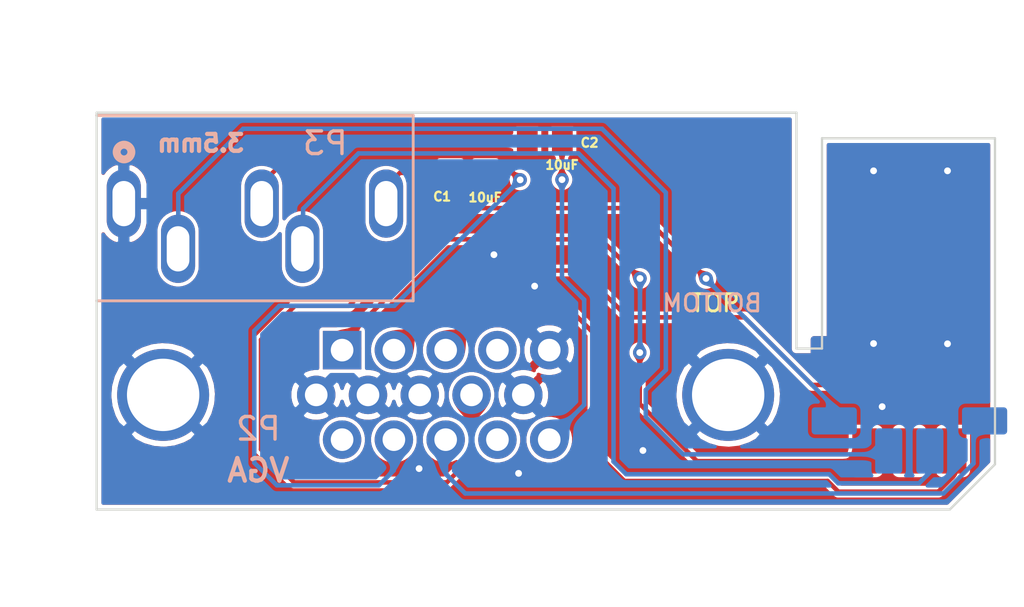
<source format=kicad_pcb>
(kicad_pcb (version 20171130) (host pcbnew "(5.1.10-1-10_14)")
  (title_block (rev 1))
  (layers (0 Front signal) (31 Back signal) (34 B.Paste user) (35 F.Paste user) (36 B.SilkS user) (37 F.SilkS user) (38 B.Mask user) (39 F.Mask user) (44 Edge.Cuts user))
  (net 0 "")
  (net 1 /Audio_L_VGA)
  (net 2 "Net-(C2-Pad2)")
  (net 3 /Audio_R_VGA)
  (net 4 /RED)
  (net 5 /GREEN)
  (net 6 /BLUE)
  (net 7 /Audio_R_to_Jack)
  (net 8 /SYNC)
  (net 9 /Audio_L_to_Jack)
  (net 10 /Audio_L_to_VGA)
  (net 11 GND)
  (net 12 /+5V)
  (module 8DIN2VGA:RD_logo (layer Front) (at 145.63 99.58 270)
    (fp_text reference G*** hide)
    (fp_text value LOGO hide)
  )
  (module 8DIN2VGA:outline_mid_pcb (layer Front) (at 138.97 104.8)
    (fp_text reference G*** hide)
    (fp_text value LOGO hide)
  )
  (module 8DIN2VGA:CAP_SMD_0603 (layer Front) (at 135.52 99.53)
    (fp_text reference C1 (at -1.14 1.05) (layer F.SilkS) (effects (font (size 0.393701 0.393701) (thickness 0.098425))))
    (fp_text value 10uF)
    (pad 1 smd rect (at -0.775 0) (size 0.92 0.97) (layers Front F.Paste F.Mask) (net 10 /Audio_L_to_VGA))
    (pad 2 smd rect (at 0.775 0) (size 0.92 0.97) (layers Front F.Paste F.Mask) (net 1 /Audio_L_VGA))
  )
  (module 8DIN2VGA:CAP_SMD_0603 (layer Front) (at 138.92 98.12)
    (fp_text reference C2 (at 1.98 0.08) (layer F.SilkS) (effects (font (size 0.393701 0.393701) (thickness 0.098425))))
    (fp_text value 10uF)
    (pad 1 smd rect (at -0.775 0) (size 0.92 0.97) (layers Front F.Paste F.Mask) (net 3 /Audio_R_VGA))
    (pad 2 smd rect (at 0.775 0) (size 0.92 0.97) (layers Front F.Paste F.Mask) (net 2 "Net-(C2-Pad2)"))
  )
  (module 8DIN2VGA:8DIN_Landing (layer Front) (at 155.04 110.83)
    (fp_text reference P1)
    (fp_text value 8_pin_DIN_Landing)
    (pad 4 smd roundrect (at -3.36 -3.48 270) (size 1.2 2) (layers Front F.Mask) (roundrect_rratio 0.125) (net 11 GND))
    (pad 4 smd roundrect (at -3.36 -3.48 270) (size 1.2 2) (layers Back B.Mask) (roundrect_rratio 0.125) (net 11 GND))
    (pad 3 smd roundrect (at 3.33 -0.33 270) (size 1.2 2) (layers Back B.Mask) (roundrect_rratio 0.125) (net 8 /SYNC))
    (pad 5 smd roundrect (at -3.32 -0.33 270) (size 1.2 2) (layers Back B.Mask) (roundrect_rratio 0.125) (net 12 /+5V))
    (pad 1 smd roundrect (at 0.91 1 180) (size 1.2 2) (layers Back B.Mask) (roundrect_rratio 0.125) (net 7 /Audio_R_to_Jack))
    (pad 2 smd roundrect (at -0.91 1 180) (size 1.2 2) (layers Back B.Mask) (roundrect_rratio 0.125) (net 9 /Audio_L_to_Jack))
    (pad 6 smd roundrect (at 1.928 1 180) (size 1.2 2) (layers Front F.Mask) (roundrect_rratio 0.125) (net 6 /BLUE))
    (pad 7 smd roundrect (at 0.004 1 180) (size 1.2 2) (layers Front F.Mask) (roundrect_rratio 0.125) (net 5 /GREEN))
    (pad 8 smd roundrect (at -1.92 1 180) (size 1.2 2) (layers Front F.Mask) (roundrect_rratio 0.125) (net 4 /RED))
  )
  (module 8DIN2VGA:VGA_female_rightangle_slim (layer Back) (at 147.03 109.35 180)
    (fp_text reference P2 (at 20.78 -1.5) (layer B.SilkS) (effects (justify mirror)))
    (fp_text value VGA)
    (pad 1 thru_hole rect (at 17.075 1.98) (size 1.7 1.7) (drill 1) (layers *.Cu *.Mask) (net 4 /RED))
    (pad S2 thru_hole circle (at 24.99 0 180) (size 4.066 4.066) (drill 3.2) (layers *.Cu *.Mask) (net 11 GND))
    (pad S1 thru_hole circle (at 0 0 180) (size 4.066 4.066) (drill 3.2) (layers *.Cu *.Mask) (net 11 GND))
    (pad 2 thru_hole circle (at 14.785 1.98) (size 1.7 1.7) (drill 1) (layers *.Cu *.Mask) (net 5 /GREEN))
    (pad 3 thru_hole circle (at 12.495 1.98) (size 1.7 1.7) (drill 1) (layers *.Cu *.Mask) (net 6 /BLUE))
    (pad 4 thru_hole circle (at 10.205 1.98) (size 1.7 1.7) (drill 1) (layers *.Cu *.Mask))
    (pad 5 thru_hole circle (at 7.915 1.98) (size 1.7 1.7) (drill 1) (layers *.Cu *.Mask) (net 11 GND))
    (pad 6 thru_hole circle (at 18.22 0) (size 1.7 1.7) (drill 1) (layers *.Cu *.Mask) (net 11 GND))
    (pad 7 thru_hole circle (at 15.93 0) (size 1.7 1.7) (drill 1) (layers *.Cu *.Mask) (net 11 GND))
    (pad 8 thru_hole circle (at 13.64 0) (size 1.7 1.7) (drill 1) (layers *.Cu *.Mask) (net 11 GND))
    (pad 9 thru_hole circle (at 11.35 0) (size 1.7 1.7) (drill 1) (layers *.Cu *.Mask) (net 12 /+5V))
    (pad 10 thru_hole circle (at 9.06 0) (size 1.7 1.7) (drill 1) (layers *.Cu *.Mask) (net 11 GND))
    (pad 11 thru_hole circle (at 17.075 -1.98) (size 1.7 1.7) (drill 1) (layers *.Cu *.Mask))
    (pad 12 thru_hole circle (at 14.785 -1.98) (size 1.7 1.7) (drill 1) (layers *.Cu *.Mask) (net 1 /Audio_L_VGA))
    (pad 13 thru_hole circle (at 12.495 -1.98) (size 1.7 1.7) (drill 1) (layers *.Cu *.Mask) (net 8 /SYNC))
    (pad 14 thru_hole circle (at 10.205 -1.98) (size 1.7 1.7) (drill 1) (layers *.Cu *.Mask))
    (pad 15 thru_hole circle (at 7.915 -1.98) (size 1.7 1.7) (drill 1) (layers *.Cu *.Mask) (net 2 "Net-(C2-Pad2)"))
  )
  (module 8DIN2VGA:3.5mm_vertical (layer Back) (at 120.3 100.89)
    (fp_text reference P3 (at 8.91 -2.67) (layer B.SilkS) (effects (font (size 1.001331 1.001331)) (justify mirror)))
    (fp_text value 3.5mm_vertical)
    (fp_line (start -1.2 4.3) (end 12.8 4.3) (layer B.SilkS) (width 0.127))
    (fp_line (start 12.8 4.3) (end 12.8 -3.9) (layer B.SilkS) (width 0.127))
    (fp_line (start 12.8 -3.9) (end -1.2 -3.9) (layer B.SilkS) (width 0.127))
    (fp_circle (center 0.01 -2.28) (end 0.16 -2.28) (layer B.SilkS) (width 0.35))
    (pad 1 thru_hole oval (at 0 0) (size 1.508 3.016) (drill oval 1 2) (layers *.Cu *.Mask) (net 11 GND))
    (pad 2 thru_hole oval (at 2.4 2) (size 1.508 3.016) (drill oval 1 2) (layers *.Cu *.Mask) (net 9 /Audio_L_to_Jack))
    (pad 5 thru_hole oval (at 6.1 0) (size 1.508 3.016) (drill oval 1 2) (layers *.Cu *.Mask) (net 3 /Audio_R_VGA))
    (pad 3 thru_hole oval (at 7.9 2) (size 1.508 3.016) (drill oval 1 2) (layers *.Cu *.Mask) (net 7 /Audio_R_to_Jack))
    (pad 4 thru_hole oval (at 11.6 0) (size 1.508 3.016) (drill oval 1 2) (layers *.Cu *.Mask) (net 10 /Audio_L_to_VGA))
  )
  (gr_text BOTTOM (at 146.32 105.29) (layer B.SilkS) (effects (font (size 0.762 0.762) (thickness 0.127)) (justify mirror)))
  (gr_text TOP (at 146.46 105.29) (layer F.SilkS) (effects (font (size 0.762 0.762) (thickness 0.127))))
  (gr_text 3.5mm (at 123.7 98.22) (layer B.SilkS) (effects (font (size 0.75 0.75) (thickness 0.1875)) (justify mirror)))
  (gr_text VGA (at 126.25 112.69) (layer B.SilkS) (effects (font (size 1 1) (thickness 0.1875)) (justify mirror)))
  (gr_text 10uF (at 139.68 99.18) (layer F.SilkS) (effects (font (size 0.393701 0.393701) (thickness 0.098425))))
  (gr_text 10uF (at 136.28 100.62) (layer F.SilkS) (effects (font (size 0.393701 0.393701) (thickness 0.098425))))
  (gr_line (start 158.83 112.42) (end 156.83 114.42) (layer Edge.Cuts) (width 0.1))
  (gr_line (start 158.83 98) (end 158.83 112.42) (layer Edge.Cuts) (width 0.1))
  (gr_line (start 151.18 98) (end 158.83 98) (layer Edge.Cuts) (width 0.1))
  (gr_line (start 151.18 107.3) (end 151.18 98) (layer Edge.Cuts) (width 0.1))
  (gr_line (start 150.05 107.3) (end 151.18 107.3) (layer Edge.Cuts) (width 0.1))
  (gr_line (start 150.05 96.87) (end 150.05 107.3) (layer Edge.Cuts) (width 0.1))
  (gr_line (start 156.83 114.42) (end 119.1 114.42) (layer Edge.Cuts) (width 0.1))
  (gr_line (start 119.1 96.87) (end 119.1 114.42) (layer Edge.Cuts) (width 0.1))
  (gr_line (start 150.05 96.87) (end 119.1 96.87) (layer Edge.Cuts) (width 0.1))
  (segment (start 137.520002 99.53) (end 137.83 99.839998) (width 0.2) (layer Front) (net 1))
  (via (at 137.83 99.839998) (size 0.6) (drill 0.3) (layers Front Back) (net 1))
  (segment (start 136.295 99.53) (end 137.520002 99.53) (width 0.2) (layer Front) (net 1))
  (segment (start 127.18 105.41) (end 132.259998 105.41) (width 0.2) (layer Back) (net 1))
  (segment (start 131.58 113.35) (end 127.07 113.35) (width 0.2) (layer Back) (net 1))
  (segment (start 132.24 112.69) (end 131.58 113.35) (width 0.2) (layer Back) (net 1))
  (segment (start 132.259998 105.41) (end 137.83 99.839998) (width 0.2) (layer Back) (net 1))
  (segment (start 126.07 106.52) (end 127.18 105.41) (width 0.2) (layer Back) (net 1))
  (segment (start 132.24 111.57) (end 132.24 112.69) (width 0.2) (layer Back) (net 1))
  (segment (start 126.07 112.35) (end 126.07 106.52) (width 0.2) (layer Back) (net 1))
  (segment (start 127.07 113.35) (end 126.07 112.35) (width 0.2) (layer Back) (net 1))
  (segment (start 131.99 111.32) (end 132.24 111.57) (width 0.2) (layer Back) (net 1))
  (segment (start 139.68 99.83) (end 139.67 99.82) (width 0.2) (layer Back) (net 2))
  (via (at 139.68 99.83) (size 0.6) (drill 0.3) (layers Front Back) (net 2))
  (segment (start 139.68 99.83) (end 139.68 98.39) (width 0.2) (layer Front) (net 2))
  (segment (start 139.68 104.16) (end 139.68 99.83) (width 0.2) (layer Back) (net 2))
  (segment (start 140.66 105.14) (end 139.68 104.16) (width 0.2) (layer Back) (net 2))
  (segment (start 140.66 109.79) (end 140.66 105.14) (width 0.2) (layer Back) (net 2))
  (segment (start 139.08 111.37) (end 140.66 109.79) (width 0.2) (layer Back) (net 2))
  (segment (start 138.86 111.37) (end 139.08 111.37) (width 0.2) (layer Back) (net 2))
  (segment (start 128.26 98.15) (end 137.96 98.15) (width 0.2) (layer Front) (net 3))
  (segment (start 126.4 100.01) (end 128.26 98.15) (width 0.2) (layer Front) (net 3))
  (segment (start 137.96 98.15) (end 138.11 98.3) (width 0.2) (layer Front) (net 3))
  (segment (start 126.4 100.89) (end 126.4 100.01) (width 0.2) (layer Front) (net 3))
  (via (at 143.13 104.2) (size 0.6) (drill 0.3) (layers Front Back) (net 4))
  (segment (start 129.64 107.34) (end 134.51 102.47) (width 0.2) (layer Front) (net 4))
  (segment (start 134.51 102.47) (end 141.4 102.47) (width 0.2) (layer Front) (net 4))
  (segment (start 141.4 102.47) (end 143.13 104.2) (width 0.2) (layer Front) (net 4))
  (via (at 143.12 107.48) (size 0.6) (drill 0.3) (layers Front Back) (net 4))
  (segment (start 143.13 104.2) (end 143.13 107.47) (width 0.2) (layer Back) (net 4))
  (segment (start 143.13 107.47) (end 143.12 107.48) (width 0.2) (layer Back) (net 4))
  (segment (start 143.12 109.75) (end 143.12 107.48) (width 0.2) (layer Front) (net 4))
  (segment (start 145.65 112.28) (end 143.12 109.75) (width 0.2) (layer Front) (net 4))
  (segment (start 152.79 112.28) (end 145.65 112.28) (width 0.2) (layer Front) (net 4))
  (segment (start 153.14 111.93) (end 152.79 112.28) (width 0.2) (layer Front) (net 4))
  (segment (start 155.04 109.49) (end 155.04 111.74) (width 0.2) (layer Front) (net 5))
  (segment (start 154.46 108.91) (end 155.04 109.49) (width 0.2) (layer Front) (net 5))
  (segment (start 150.74 108.91) (end 154.46 108.91) (width 0.2) (layer Front) (net 5))
  (segment (start 142.591196 105.92) (end 147.75 105.92) (width 0.2) (layer Front) (net 5))
  (segment (start 140.521196 103.85) (end 142.591196 105.92) (width 0.2) (layer Front) (net 5))
  (segment (start 135.77 103.85) (end 140.521196 103.85) (width 0.2) (layer Front) (net 5))
  (segment (start 147.75 105.92) (end 150.74 108.91) (width 0.2) (layer Front) (net 5))
  (segment (start 132.28 107.34) (end 135.77 103.85) (width 0.2) (layer Front) (net 5))
  (segment (start 132.02 107.34) (end 132.28 107.34) (width 0.2) (layer Front) (net 5))
  (segment (start 156.95 113) (end 156.95 111.82) (width 0.2) (layer Front) (net 6))
  (segment (start 151.9 113.63) (end 156.32 113.63) (width 0.2) (layer Front) (net 6))
  (segment (start 151.43 113.16) (end 151.9 113.63) (width 0.2) (layer Front) (net 6))
  (segment (start 141.07 106.61) (end 141.07 111.79) (width 0.2) (layer Front) (net 6))
  (segment (start 156.32 113.63) (end 156.95 113) (width 0.2) (layer Front) (net 6))
  (segment (start 141.07 111.79) (end 142.44 113.16) (width 0.2) (layer Front) (net 6))
  (segment (start 139.69 105.23) (end 141.07 106.61) (width 0.2) (layer Front) (net 6))
  (segment (start 136.65 105.23) (end 139.69 105.23) (width 0.2) (layer Front) (net 6))
  (segment (start 142.44 113.16) (end 151.43 113.16) (width 0.2) (layer Front) (net 6))
  (segment (start 134.5 107.38) (end 136.65 105.23) (width 0.2) (layer Front) (net 6))
  (segment (start 134.28 107.38) (end 134.5 107.38) (width 0.2) (layer Front) (net 6))
  (segment (start 155.93 112.8) (end 155.93 111.909844) (width 0.2) (layer Back) (net 7))
  (segment (start 151.9 113.26) (end 155.47 113.26) (width 0.2) (layer Back) (net 7))
  (segment (start 142.52 112.86) (end 151.5 112.86) (width 0.2) (layer Back) (net 7))
  (segment (start 141.96 112.3) (end 142.52 112.86) (width 0.2) (layer Back) (net 7))
  (segment (start 155.47 113.26) (end 155.93 112.8) (width 0.2) (layer Back) (net 7))
  (segment (start 141.96 100.22) (end 141.96 112.3) (width 0.2) (layer Back) (net 7))
  (segment (start 130.68 98.67) (end 140.41 98.67) (width 0.2) (layer Back) (net 7))
  (segment (start 140.41 98.67) (end 141.96 100.22) (width 0.2) (layer Back) (net 7))
  (segment (start 151.5 112.86) (end 151.9 113.26) (width 0.2) (layer Back) (net 7))
  (segment (start 128.23 101.12) (end 130.68 98.67) (width 0.2) (layer Back) (net 7))
  (segment (start 128.23 104.15) (end 128.23 101.12) (width 0.2) (layer Back) (net 7))
  (segment (start 135.4 113.71) (end 156.55 113.71) (width 0.2) (layer Back) (net 8))
  (segment (start 134.55 112.86) (end 135.4 113.71) (width 0.2) (layer Back) (net 8))
  (segment (start 156.55 113.71) (end 157.88 112.38) (width 0.2) (layer Back) (net 8))
  (segment (start 134.55 111.59) (end 134.55 112.86) (width 0.2) (layer Back) (net 8))
  (segment (start 157.88 112.38) (end 157.88 110.49) (width 0.2) (layer Back) (net 8))
  (segment (start 134.28 111.32) (end 134.55 111.59) (width 0.2) (layer Back) (net 8))
  (segment (start 153.88 111.98) (end 154.04 111.82) (width 0.2) (layer Back) (net 9))
  (segment (start 145.042945 111.98) (end 153.88 111.98) (width 0.2) (layer Back) (net 9))
  (segment (start 143.385029 110.322084) (end 145.042945 111.98) (width 0.2) (layer Back) (net 9))
  (segment (start 143.385029 109.134971) (end 143.385029 110.322084) (width 0.2) (layer Back) (net 9))
  (segment (start 144.273935 108.246065) (end 143.385029 109.134971) (width 0.2) (layer Back) (net 9))
  (segment (start 122.71 101.68) (end 122.71 100.45) (width 0.2) (layer Back) (net 9))
  (segment (start 144.273935 100.403935) (end 144.273935 108.246065) (width 0.2) (layer Back) (net 9))
  (segment (start 141.45 97.58) (end 144.273935 100.403935) (width 0.2) (layer Back) (net 9))
  (segment (start 125.58 97.58) (end 141.45 97.58) (width 0.2) (layer Back) (net 9))
  (segment (start 122.71 100.45) (end 125.58 97.58) (width 0.2) (layer Back) (net 9))
  (segment (start 132.22 99.82) (end 132.22 99.83) (width 0.2) (layer Front) (net 10))
  (segment (start 132.51 99.53) (end 132.22 99.82) (width 0.2) (layer Front) (net 10))
  (segment (start 134.745 99.53) (end 132.51 99.53) (width 0.2) (layer Front) (net 10))
  (via (at 136.67 103.15) (size 0.6) (drill 0.3) (layers Front Back) (net 11))
  (via (at 138.47 104.54) (size 0.6) (drill 0.3) (layers Front Back) (net 11))
  (via (at 137.76 112.82) (size 0.6) (drill 0.3) (layers Front Back) (net 11))
  (via (at 133.36 112.61) (size 0.6) (drill 0.3) (layers Front Back) (net 11))
  (via (at 153.46 99.44) (size 0.6) (drill 0.3) (layers Front Back) (net 11))
  (via (at 156.73 99.44) (size 0.6) (drill 0.3) (layers Front Back) (net 11))
  (via (at 153.84 109.87) (size 0.6) (drill 0.3) (layers Front Back) (net 11))
  (via (at 143.26 111.81) (size 0.6) (drill 0.3) (layers Front Back) (net 11))
  (via (at 153.46 107.08) (size 0.6) (drill 0.3) (layers Front Back) (net 11))
  (via (at 156.73 107.09) (size 0.6) (drill 0.3) (layers Front Back) (net 11))
  (via (at 146.04998 104.199984) (size 0.6) (drill 0.3) (layers Front Back) (net 12))
  (segment (start 134.58 101.09) (end 142.939996 101.09) (width 0.2) (layer Front) (net 12))
  (segment (start 135.68 112.13) (end 134.59 113.22) (width 0.2) (layer Front) (net 12))
  (segment (start 135.395001 109.395001) (end 135.68 109.68) (width 0.2) (layer Front) (net 12))
  (segment (start 135.68 109.68) (end 135.68 112.13) (width 0.2) (layer Front) (net 12))
  (segment (start 130.26 105.41) (end 134.58 101.09) (width 0.2) (layer Front) (net 12))
  (segment (start 127.87 105.41) (end 130.26 105.41) (width 0.2) (layer Front) (net 12))
  (segment (start 127.83 113.22) (end 126.37 111.76) (width 0.2) (layer Front) (net 12))
  (segment (start 126.37 111.76) (end 126.37 106.91) (width 0.2) (layer Front) (net 12))
  (segment (start 126.37 106.91) (end 127.87 105.41) (width 0.2) (layer Front) (net 12))
  (segment (start 134.59 113.22) (end 127.83 113.22) (width 0.2) (layer Front) (net 12))
  (segment (start 142.939996 101.09) (end 146.04998 104.199984) (width 0.2) (layer Front) (net 12))
  (segment (start 146.04998 104.21998) (end 146.04998 104.199984) (width 0.2) (layer Back) (net 12))
  (segment (start 151.7 109.87) (end 146.04998 104.21998) (width 0.2) (layer Back) (net 12))
  (segment (start 151.7 110.18) (end 151.7 109.87) (width 0.2) (layer Back) (net 12))
  (zone (net 11) (net_name GND) (layer Front) (connect_pads (clearance 0.16)) (min_thickness 0.16) (fill yes (arc_segments 32) (thermal_gap 0.25) (thermal_bridge_width 0.4))
    (polygon (pts (xy 160.13 115.68) (xy 117.75 115.68) (xy 117.75 94.47) (xy 160.13 94.47)))
  )
  (zone (net 11) (net_name GND) (layer Back) (connect_pads (clearance 0.16)) (min_thickness 0.16) (fill yes (arc_segments 32) (thermal_gap 0.25) (thermal_bridge_width 0.5))
    (polygon (pts (xy 159.37 116.89) (xy 116.66 116.89) (xy 116.66 93.51) (xy 159.37 93.51)))
  )
  (zone (net 1) (net_name /Audio_L_VGA) (layer Front) (priority 16962) (connect_pads yes (clearance 0.16)) (min_thickness 0.0254) (fill yes (arc_segments 32) (thermal_gap 0.508) (thermal_bridge_width 0.508))
    (polygon (pts (xy 137.358406 99.63) (xy 137.406217 99.634719) (xy 137.442518 99.648152) (xy 137.469208 99.669208) (xy 137.488189 99.696796) (xy 137.501362 99.729826) (xy 137.510626 99.767208) (xy 137.517883 99.807852) (xy 137.525032 99.850667) (xy 137.533976 99.894563) (xy 137.546615 99.93845) (xy 137.936066 99.946064) (xy 137.83 99.539998) (xy 137.773321 99.536918) (xy 137.725168 99.528558) (xy 137.683136 99.516238) (xy 137.644822 99.501278) (xy 137.607822 99.484999) (xy 137.569733 99.468719) (xy 137.52815 99.453759) (xy 137.48067 99.441439) (xy 137.42489 99.433079) (xy 137.358406 99.43)))
  )
  (zone (net 1) (net_name /Audio_L_VGA) (layer Front) (priority 16962) (connect_pads yes (clearance 0.16)) (min_thickness 0.0254) (fill yes (arc_segments 32) (thermal_gap 0.508) (thermal_bridge_width 0.508))
    (polygon (pts (xy 137.205 99.43) (xy 137.099088 99.42519) (xy 137.01148 99.411503) (xy 136.938226 99.390051) (xy 136.875375 99.361949) (xy 136.818977 99.328308) (xy 136.765081 99.290243) (xy 136.709736 99.248866) (xy 136.648993 99.205292) (xy 136.578901 99.160632) (xy 136.495509 99.116) (xy 136.065 99.53) (xy 136.495509 99.944) (xy 136.578901 99.899367) (xy 136.648993 99.854707) (xy 136.709736 99.811133) (xy 136.765081 99.769756) (xy 136.818977 99.731691) (xy 136.875375 99.69805) (xy 136.938226 99.669948) (xy 137.01148 99.648496) (xy 137.099088 99.634809) (xy 137.205 99.63)))
  )
  (zone (net 1) (net_name /Audio_L_VGA) (layer Back) (priority 16962) (connect_pads yes (clearance 0.16)) (min_thickness 0.0254) (fill yes (arc_segments 32) (thermal_gap 0.508) (thermal_bridge_width 0.508))
    (polygon (pts (xy 137.483519 100.3279) (xy 137.532739 100.281946) (xy 137.577401 100.246704) (xy 137.618819 100.220282) (xy 137.658309 100.200787) (xy 137.697187 100.186329) (xy 137.73677 100.175016) (xy 137.778371 100.164956) (xy 137.823308 100.154258) (xy 137.872896 100.141031) (xy 137.928452 100.123383) (xy 137.936066 99.733932) (xy 137.546615 99.741546) (xy 137.528966 99.797101) (xy 137.515739 99.846689) (xy 137.505041 99.891626) (xy 137.494981 99.933227) (xy 137.483668 99.97281) (xy 137.46921 100.011688) (xy 137.449715 100.051178) (xy 137.423293 100.092596) (xy 137.388051 100.137258) (xy 137.342098 100.186479)))
  )
  (zone (net 1) (net_name /Audio_L_VGA) (layer Back) (priority 16962) (connect_pads yes (clearance 0.16)) (min_thickness 0.0254) (fill yes (arc_segments 32) (thermal_gap 0.508) (thermal_bridge_width 0.508))
    (polygon (pts (xy 132.070295 113.001126) (xy 132.194379 112.868799) (xy 132.290635 112.750173) (xy 132.365621 112.642221) (xy 132.425899 112.541913) (xy 132.478027 112.446223) (xy 132.528566 112.352121) (xy 132.584077 112.256579) (xy 132.65112 112.156571) (xy 132.736254 112.049067) (xy 132.84604 111.93104) (xy 132.247499 110.905008) (xy 131.477834 111.696) (xy 131.56027 111.83802) (xy 131.658589 111.966428) (xy 131.763722 112.084191) (xy 131.866604 112.194276) (xy 131.958167 112.299651) (xy 132.029345 112.403281) (xy 132.071071 112.508135) (xy 132.074279 112.617178) (xy 132.029902 112.733379) (xy 131.928874 112.859705)))
  )
  (zone (net 2) (net_name "Net-(C2-Pad2)") (layer Front) (priority 16962) (connect_pads yes (clearance 0.16)) (min_thickness 0.0254) (fill yes (arc_segments 32) (thermal_gap 0.508) (thermal_bridge_width 0.508))
    (polygon (pts (xy 139.58 99.24) (xy 139.577689 99.307298) (xy 139.571028 99.363799) (xy 139.560425 99.41177) (xy 139.546286 99.453479) (xy 139.529018 99.491193) (xy 139.509029 99.527182) (xy 139.486725 99.563713) (xy 139.462514 99.603053) (xy 139.436803 99.64747) (xy 139.41 99.699234) (xy 139.68 99.98) (xy 139.95 99.699234) (xy 139.923196 99.64747) (xy 139.897485 99.603053) (xy 139.873274 99.563713) (xy 139.85097 99.527182) (xy 139.830981 99.491193) (xy 139.813713 99.453479) (xy 139.799574 99.41177) (xy 139.788971 99.363799) (xy 139.78231 99.307298) (xy 139.78 99.24)))
  )
  (zone (net 2) (net_name "Net-(C2-Pad2)") (layer Front) (priority 16962) (connect_pads yes (clearance 0.16)) (min_thickness 0.0254) (fill yes (arc_segments 32) (thermal_gap 0.508) (thermal_bridge_width 0.508))
    (polygon (pts (xy 139.78 99.04) (xy 139.784773 98.934016) (xy 139.798403 98.84631) (xy 139.819857 98.772975) (xy 139.8481 98.710105) (xy 139.882099 98.653794) (xy 139.920819 98.600135) (xy 139.963228 98.545222) (xy 140.008291 98.485148) (xy 140.054975 98.416008) (xy 140.102245 98.333895) (xy 139.702496 97.890123) (xy 139.274686 98.30691) (xy 139.31743 98.393612) (xy 139.360475 98.466549) (xy 139.402692 98.529766) (xy 139.442948 98.587309) (xy 139.480113 98.643224) (xy 139.513057 98.701558) (xy 139.540648 98.766356) (xy 139.561756 98.841665) (xy 139.57525 98.931531) (xy 139.58 99.04)))
  )
  (zone (net 2) (net_name "Net-(C2-Pad2)") (layer Back) (priority 16962) (connect_pads yes (clearance 0.16)) (min_thickness 0.0254) (fill yes (arc_segments 32) (thermal_gap 0.508) (thermal_bridge_width 0.508))
    (polygon (pts (xy 139.78 100.42) (xy 139.78231 100.352701) (xy 139.788971 100.2962) (xy 139.799574 100.248229) (xy 139.813713 100.20652) (xy 139.830981 100.168806) (xy 139.85097 100.132817) (xy 139.873274 100.096286) (xy 139.897485 100.056946) (xy 139.923196 100.012529) (xy 139.95 99.960766) (xy 139.68 99.68) (xy 139.41 99.960766) (xy 139.436803 100.012529) (xy 139.462514 100.056946) (xy 139.486725 100.096286) (xy 139.509029 100.132817) (xy 139.529018 100.168806) (xy 139.546286 100.20652) (xy 139.560425 100.248229) (xy 139.571028 100.2962) (xy 139.577689 100.352701) (xy 139.58 100.42)))
  )
  (zone (net 2) (net_name "Net-(C2-Pad2)") (layer Back) (priority 16962) (connect_pads yes (clearance 0.16)) (min_thickness 0.0254) (fill yes (arc_segments 32) (thermal_gap 0.508) (thermal_bridge_width 0.508))
    (polygon (pts (xy 140.204299 110.10428) (xy 140.059556 110.233252) (xy 139.925978 110.322338) (xy 139.800067 110.37926) (xy 139.678328 110.41174) (xy 139.557263 110.427502) (xy 139.433375 110.434268) (xy 139.303167 110.439761) (xy 139.163144 110.451704) (xy 139.009807 110.477819) (xy 138.839661 110.525831) (xy 138.813133 111.629167) (xy 139.916662 111.612553) (xy 139.966303 111.442398) (xy 139.993731 111.289006) (xy 140.006715 111.14888) (xy 140.013023 111.018523) (xy 140.020423 110.894438) (xy 140.036685 110.773129) (xy 140.069577 110.651097) (xy 140.126868 110.524846) (xy 140.216326 110.39088) (xy 140.34572 110.245701)))
  )
  (zone (net 3) (net_name /Audio_R_VGA) (layer Front) (priority 16962) (connect_pads yes (clearance 0.16)) (min_thickness 0.0254) (fill yes (arc_segments 32) (thermal_gap 0.508) (thermal_bridge_width 0.508))
    (polygon (pts (xy 137.22 98.25) (xy 137.330378 98.254703) (xy 137.421931 98.268038) (xy 137.498783 98.288843) (xy 137.565059 98.315956) (xy 137.624883 98.348216) (xy 137.682378 98.38446) (xy 137.741669 98.423528) (xy 137.806881 98.464256) (xy 137.882136 98.505484) (xy 137.971561 98.54605) (xy 138.374522 98.105193) (xy 137.918253 97.719769) (xy 137.837909 97.769364) (xy 137.770165 97.817874) (xy 137.711171 97.864324) (xy 137.657081 97.907741) (xy 137.604045 97.947151) (xy 137.548215 97.981579) (xy 137.485744 98.010052) (xy 137.412783 98.031596) (xy 137.325484 98.045236) (xy 137.22 98.05)))
  )
  (zone (net 3) (net_name /Audio_R_VGA) (layer Front) (priority 16962) (connect_pads yes (clearance 0.16)) (min_thickness 0.0254) (fill yes (arc_segments 32) (thermal_gap 0.508) (thermal_bridge_width 0.508))
    (polygon (pts (xy 126.777595 99.490984) (xy 126.654743 99.612578) (xy 126.550002 99.713907) (xy 126.459228 99.799652) (xy 126.378279 99.874496) (xy 126.303009 99.943121) (xy 126.229276 100.01021) (xy 126.152937 100.080443) (xy 126.069847 100.158505) (xy 125.975863 100.249077) (xy 125.866842 100.356842) (xy 126.4 101.267) (xy 127.0786 100.56134) (xy 127.020971 100.453142) (xy 126.960224 100.352627) (xy 126.901 100.258189) (xy 126.847942 100.168222) (xy 126.805691 100.08112) (xy 126.778889 99.995279) (xy 126.772179 99.909092) (xy 126.790201 99.820954) (xy 126.8376 99.72926) (xy 126.919016 99.632405)))
  )
  (zone (net 4) (net_name /RED) (layer Front) (priority 16962) (connect_pads yes (clearance 0.16)) (min_thickness 0.0254) (fill yes (arc_segments 32) (thermal_gap 0.508) (thermal_bridge_width 0.508))
    (polygon (pts (xy 130.764299 106.07428) (xy 130.611027 106.209823) (xy 130.468218 106.304165) (xy 130.333419 106.366837) (xy 130.204172 106.407372) (xy 130.078025 106.435303) (xy 129.952521 106.460161) (xy 129.825206 106.49148) (xy 129.693625 106.538792) (xy 129.555323 106.611628) (xy 129.407845 106.719523) (xy 129.781536 107.757988) (xy 130.804602 107.343997) (xy 130.792886 107.201237) (xy 130.770769 107.072342) (xy 130.743971 106.954608) (xy 130.718211 106.845328) (xy 130.699207 106.741798) (xy 130.69268 106.641311) (xy 130.704349 106.541164) (xy 130.739932 106.43865) (xy 130.805149 106.331064) (xy 130.90572 106.215701)))
  )
  (zone (net 4) (net_name /RED) (layer Front) (priority 16962) (connect_pads yes (clearance 0.16)) (min_thickness 0.0254) (fill yes (arc_segments 32) (thermal_gap 0.508) (thermal_bridge_width 0.508))
    (polygon (pts (xy 142.642098 103.853519) (xy 142.688051 103.902739) (xy 142.723293 103.947401) (xy 142.749715 103.988819) (xy 142.76921 104.028309) (xy 142.783668 104.067187) (xy 142.794981 104.10677) (xy 142.805041 104.148371) (xy 142.815739 104.193308) (xy 142.828966 104.242896) (xy 142.846615 104.298452) (xy 143.236066 104.306066) (xy 143.228452 103.916615) (xy 143.172896 103.898966) (xy 143.123308 103.885739) (xy 143.078371 103.875041) (xy 143.03677 103.864981) (xy 142.997187 103.853668) (xy 142.958309 103.83921) (xy 142.918819 103.819715) (xy 142.877401 103.793293) (xy 142.832739 103.758051) (xy 142.783519 103.712098)))
  )
  (zone (net 4) (net_name /RED) (layer Back) (priority 16962) (connect_pads yes (clearance 0.16)) (min_thickness 0.0254) (fill yes (arc_segments 32) (thermal_gap 0.508) (thermal_bridge_width 0.508))
    (polygon (pts (xy 143.23 104.79) (xy 143.23231 104.722701) (xy 143.238971 104.6662) (xy 143.249574 104.618229) (xy 143.263713 104.57652) (xy 143.280981 104.538806) (xy 143.30097 104.502817) (xy 143.323274 104.466286) (xy 143.347485 104.426946) (xy 143.373196 104.382529) (xy 143.4 104.330766) (xy 143.13 104.05) (xy 142.86 104.330766) (xy 142.886803 104.382529) (xy 142.912514 104.426946) (xy 142.936725 104.466286) (xy 142.959029 104.502817) (xy 142.979018 104.538806) (xy 142.996286 104.57652) (xy 143.010425 104.618229) (xy 143.021028 104.6662) (xy 143.027689 104.722701) (xy 143.03 104.79)))
  )
  (zone (net 4) (net_name /RED) (layer Back) (priority 16962) (connect_pads yes (clearance 0.16)) (min_thickness 0.0254) (fill yes (arc_segments 32) (thermal_gap 0.508) (thermal_bridge_width 0.508))
    (polygon (pts (xy 143.03 106.88) (xy 143.027718 106.94774) (xy 143.021107 107.004669) (xy 143.010518 107.053033) (xy 142.996302 107.095075) (xy 142.978811 107.133041) (xy 142.958395 107.169176) (xy 142.935405 107.205726) (xy 142.910193 107.244935) (xy 142.88311 107.289048) (xy 142.854507 107.340311) (xy 143.115003 107.629916) (xy 143.394206 107.358301) (xy 143.368421 107.303999) (xy 143.343648 107.257396) (xy 143.320288 107.216144) (xy 143.29874 107.177896) (xy 143.279407 107.140303) (xy 143.26269 107.101017) (xy 143.24899 107.057692) (xy 143.238707 107.007979) (xy 143.232243 106.949531) (xy 143.23 106.88)))
  )
  (zone (net 4) (net_name /RED) (layer Front) (priority 16962) (connect_pads yes (clearance 0.16)) (min_thickness 0.0254) (fill yes (arc_segments 32) (thermal_gap 0.508) (thermal_bridge_width 0.508))
    (polygon (pts (xy 143.22 108.07) (xy 143.22231 108.002701) (xy 143.228971 107.9462) (xy 143.239574 107.898229) (xy 143.253713 107.85652) (xy 143.270981 107.818806) (xy 143.29097 107.782817) (xy 143.313274 107.746286) (xy 143.337485 107.706946) (xy 143.363196 107.662529) (xy 143.39 107.610766) (xy 143.12 107.33) (xy 142.85 107.610766) (xy 142.876803 107.662529) (xy 142.902514 107.706946) (xy 142.926725 107.746286) (xy 142.949029 107.782817) (xy 142.969018 107.818806) (xy 142.986286 107.85652) (xy 143.000425 107.898229) (xy 143.011028 107.9462) (xy 143.017689 108.002701) (xy 143.02 108.07)))
  )
  (zone (net 4) (net_name /RED) (layer Front) (priority 16962) (connect_pads yes (clearance 0.16)) (min_thickness 0.0254) (fill yes (arc_segments 32) (thermal_gap 0.508) (thermal_bridge_width 0.508))
    (polygon (pts (xy 152.12 112.38) (xy 152.257756 112.3814) (xy 152.373947 112.3852) (xy 152.473511 112.390799) (xy 152.561391 112.3976) (xy 152.642528 112.405) (xy 152.721862 112.4124) (xy 152.804335 112.4192) (xy 152.894888 112.4248) (xy 152.998463 112.4286) (xy 153.12 112.43) (xy 153.319309 111.605778) (xy 152.542646 111.666717) (xy 152.520441 111.749496) (xy 152.500033 111.828199) (xy 152.479076 111.901733) (xy 152.455226 111.969006) (xy 152.426135 112.028925) (xy 152.38946 112.0804) (xy 152.342854 112.122336) (xy 152.283972 112.153643) (xy 152.210469 112.173228) (xy 152.12 112.18)))
  )
  (zone (net 5) (net_name /GREEN) (layer Front) (priority 16962) (connect_pads yes (clearance 0.16)) (min_thickness 0.0254) (fill yes (arc_segments 32) (thermal_gap 0.508) (thermal_bridge_width 0.508))
    (polygon (pts (xy 154.94 110.63) (xy 154.933048 110.771449) (xy 154.913338 110.887807) (xy 154.882586 110.984545) (xy 154.842506 111.067137) (xy 154.794816 111.141054) (xy 154.741232 111.21177) (xy 154.683469 111.284757) (xy 154.623243 111.365488) (xy 154.562271 111.459435) (xy 154.502269 111.572072) (xy 155.045999 112.129993) (xy 155.582244 111.564872) (xy 155.520999 111.453462) (xy 155.459037 111.360533) (xy 155.398044 111.28065) (xy 155.339709 111.208374) (xy 155.285718 111.138269) (xy 155.237759 111.064897) (xy 155.197521 110.982821) (xy 155.16669 110.886604) (xy 155.146953 110.770809) (xy 155.14 110.63)))
  )
  (zone (net 5) (net_name /GREEN) (layer Front) (priority 16962) (connect_pads yes (clearance 0.16)) (min_thickness 0.0254) (fill yes (arc_segments 32) (thermal_gap 0.508) (thermal_bridge_width 0.508))
    (polygon (pts (xy 133.383086 106.095493) (xy 133.232367 106.230887) (xy 133.093764 106.326136) (xy 132.963512 106.388931) (xy 132.837847 106.426964) (xy 132.713005 106.447928) (xy 132.58522 106.459515) (xy 132.450729 106.469417) (xy 132.305766 106.485325) (xy 132.146568 106.514932) (xy 131.96937 106.565931) (xy 131.943241 107.669276) (xy 133.046765 107.652263) (xy 133.099321 107.475097) (xy 133.130196 107.315893) (xy 133.147122 107.170885) (xy 133.15783 107.036305) (xy 133.170052 106.908388) (xy 133.191521 106.783367) (xy 133.229969 106.657475) (xy 133.293128 106.526947) (xy 133.38873 106.388015) (xy 133.524507 106.236914)))
  )
  (zone (net 6) (net_name /BLUE) (layer Front) (priority 16962) (connect_pads yes (clearance 0.16)) (min_thickness 0.0254) (fill yes (arc_segments 32) (thermal_gap 0.508) (thermal_bridge_width 0.508))
    (polygon (pts (xy 157.006568 113.084852) (xy 157.088351 112.990611) (xy 157.143657 112.901493) (xy 157.178812 112.81651) (xy 157.200146 112.734671) (xy 157.213985 112.654988) (xy 157.226659 112.576469) (xy 157.244496 112.498127) (xy 157.273824 112.418972) (xy 157.32097 112.338014) (xy 157.392264 112.254264) (xy 156.977305 111.530145) (xy 156.420148 112.074657) (xy 156.484482 112.184959) (xy 156.566807 112.282469) (xy 156.658725 112.37003) (xy 156.751834 112.450488) (xy 156.837736 112.526689) (xy 156.908031 112.601479) (xy 156.954319 112.677702) (xy 156.968201 112.758205) (xy 156.941277 112.845833) (xy 156.865148 112.943432)))
  )
  (zone (net 6) (net_name /BLUE) (layer Front) (priority 16962) (connect_pads yes (clearance 0.16)) (min_thickness 0.0254) (fill yes (arc_segments 32) (thermal_gap 0.508) (thermal_bridge_width 0.508))
    (polygon (pts (xy 135.624299 106.11428) (xy 135.476458 106.246457) (xy 135.34022 106.338547) (xy 135.212008 106.398393) (xy 135.08824 106.433839) (xy 134.965339 106.452728) (xy 134.839726 106.462906) (xy 134.70782 106.472215) (xy 134.566043 106.488499) (xy 134.410816 106.519602) (xy 134.23856 106.573368) (xy 134.241124 107.67702) (xy 135.343832 107.631323) (xy 135.389565 107.459039) (xy 135.414179 107.304006) (xy 135.425298 107.162648) (xy 135.430547 107.031389) (xy 135.43755 106.906654) (xy 135.453931 106.784868) (xy 135.487314 106.662455) (xy 135.545324 106.53584) (xy 135.635584 106.401447) (xy 135.76572 106.255701)))
  )
  (zone (net 7) (net_name /Audio_R_to_Jack) (layer Back) (priority 16962) (connect_pads yes (clearance 0.16)) (min_thickness 0.0254) (fill yes (arc_segments 32) (thermal_gap 0.508) (thermal_bridge_width 0.508))
    (polygon (pts (xy 155.838187 113.033234) (xy 155.926494 112.938125) (xy 155.994075 112.852084) (xy 156.045811 112.773144) (xy 156.086582 112.699339) (xy 156.12127 112.628704) (xy 156.154753 112.559272) (xy 156.191914 112.489078) (xy 156.237632 112.416156) (xy 156.296789 112.338539) (xy 156.374264 112.254264) (xy 155.959997 111.530167) (xy 155.401585 112.073394) (xy 155.45589 112.173029) (xy 155.521444 112.26334) (xy 155.591963 112.346341) (xy 155.661162 112.424044) (xy 155.722759 112.498465) (xy 155.770468 112.571617) (xy 155.798008 112.645513) (xy 155.799093 112.722169) (xy 155.76744 112.803597) (xy 155.696766 112.891813)))
  )
  (zone (net 8) (net_name /SYNC) (layer Back) (priority 16962) (connect_pads yes (clearance 0.16)) (min_thickness 0.0254) (fill yes (arc_segments 32) (thermal_gap 0.508) (thermal_bridge_width 0.508))
    (polygon (pts (xy 134.740918 112.909497) (xy 134.634255 112.774173) (xy 134.59278 112.651505) (xy 134.605648 112.537837) (xy 134.662016 112.429511) (xy 134.751038 112.32287) (xy 134.86187 112.214258) (xy 134.983668 112.100016) (xy 135.105589 111.976489) (xy 135.216786 111.840019) (xy 135.306418 111.68695) (xy 134.527502 110.905067) (xy 133.93396 111.93104) (xy 134.039395 112.049197) (xy 134.115778 112.160109) (xy 134.170761 112.265979) (xy 134.212002 112.36901) (xy 134.247153 112.471404) (xy 134.283871 112.575364) (xy 134.329809 112.683092) (xy 134.392623 112.796792) (xy 134.479967 112.918666) (xy 134.599497 113.050918)))
  )
  (zone (net 8) (net_name /SYNC) (layer Back) (priority 16962) (connect_pads yes (clearance 0.16)) (min_thickness 0.0254) (fill yes (arc_segments 32) (thermal_gap 0.508) (thermal_bridge_width 0.508))
    (polygon (pts (xy 157.98 111.45) (xy 157.986629 111.3673) (xy 158.005752 111.300292) (xy 158.036224 111.246993) (xy 158.0769 111.205424) (xy 158.126632 111.173604) (xy 158.184276 111.149553) (xy 158.248685 111.131291) (xy 158.318714 111.116836) (xy 158.393217 111.104209) (xy 158.471049 111.091429) (xy 158.61412 110.325629) (xy 157.77 110.5) (xy 157.77028 110.615353) (xy 157.77104 110.713718) (xy 157.772159 110.799768) (xy 157.77352 110.878178) (xy 157.775 110.953623) (xy 157.77648 111.030779) (xy 157.77784 111.114319) (xy 157.77896 111.20892) (xy 157.77972 111.319255) (xy 157.78 111.45)))
  )
  (zone (net 9) (net_name /Audio_L_to_Jack) (layer Back) (priority 16962) (connect_pads yes (clearance 0.16)) (min_thickness 0.0254) (fill yes (arc_segments 32) (thermal_gap 0.508) (thermal_bridge_width 0.508))
    (polygon (pts (xy 152.94 112.08) (xy 153.093175 112.086783) (xy 153.22018 112.105621) (xy 153.326976 112.134243) (xy 153.419527 112.170377) (xy 153.503795 112.211753) (xy 153.585743 112.2561) (xy 153.671333 112.301149) (xy 153.766528 112.344627) (xy 153.877291 112.384265) (xy 154.009585 112.417792) (xy 154.42075 111.756081) (xy 153.743475 111.371091) (xy 153.656039 111.450849) (xy 153.582658 111.527538) (xy 153.51865 111.599902) (xy 153.459337 111.666688) (xy 153.400038 111.72664) (xy 153.336076 111.778504) (xy 153.262771 111.821027) (xy 153.175442 111.852953) (xy 153.069412 111.873029) (xy 152.94 111.88)))
  )
  (zone (net 10) (net_name /Audio_L_to_VGA) (layer Front) (priority 16962) (connect_pads yes (clearance 0.16)) (min_thickness 0.0254) (fill yes (arc_segments 32) (thermal_gap 0.508) (thermal_bridge_width 0.508))
    (polygon (pts (xy 133.835 99.63) (xy 133.940911 99.634809) (xy 134.028519 99.648496) (xy 134.101773 99.669948) (xy 134.164624 99.69805) (xy 134.221022 99.731691) (xy 134.274918 99.769756) (xy 134.330263 99.811133) (xy 134.391006 99.854707) (xy 134.461098 99.899367) (xy 134.544491 99.944) (xy 134.975 99.53) (xy 134.544491 99.116) (xy 134.461098 99.160632) (xy 134.391006 99.205292) (xy 134.330263 99.248866) (xy 134.274918 99.290243) (xy 134.221022 99.328308) (xy 134.164624 99.361949) (xy 134.101773 99.390051) (xy 134.028519 99.411503) (xy 133.940911 99.42519) (xy 133.835 99.43)))
  )
  (zone (net 12) (net_name /+5V) (layer Front) (priority 16962) (connect_pads yes (clearance 0.16)) (min_thickness 0.0254) (fill yes (arc_segments 32) (thermal_gap 0.508) (thermal_bridge_width 0.508))
    (polygon (pts (xy 135.78 111.05) (xy 135.790863 110.848174) (xy 135.821582 110.683258) (xy 135.869347 110.547149) (xy 135.931347 110.431747) (xy 136.004776 110.32895) (xy 136.086821 110.230657) (xy 136.174676 110.128768) (xy 136.26553 110.01518) (xy 136.356574 109.881793) (xy 136.445 109.720506) (xy 135.68 108.925) (xy 134.915 109.720506) (xy 135.003425 109.881793) (xy 135.094469 110.01518) (xy 135.185323 110.128768) (xy 135.273178 110.230657) (xy 135.355223 110.32895) (xy 135.428652 110.431747) (xy 135.490652 110.547149) (xy 135.538417 110.683258) (xy 135.569136 110.848174) (xy 135.58 111.05)))
  )
  (zone (net 12) (net_name /+5V) (layer Front) (priority 16962) (connect_pads yes (clearance 0.16)) (min_thickness 0.0254) (fill yes (arc_segments 32) (thermal_gap 0.508) (thermal_bridge_width 0.508))
    (polygon (pts (xy 145.562078 103.853503) (xy 145.608031 103.902723) (xy 145.643273 103.947385) (xy 145.669695 103.988803) (xy 145.68919 104.028293) (xy 145.703648 104.067171) (xy 145.714961 104.106754) (xy 145.725021 104.148355) (xy 145.735719 104.193292) (xy 145.748946 104.24288) (xy 145.766595 104.298436) (xy 146.156046 104.30605) (xy 146.148432 103.916599) (xy 146.092876 103.89895) (xy 146.043288 103.885723) (xy 145.998351 103.875025) (xy 145.95675 103.864965) (xy 145.917167 103.853652) (xy 145.878289 103.839194) (xy 145.838799 103.819699) (xy 145.797381 103.793277) (xy 145.752719 103.758035) (xy 145.703499 103.712082)))
  )
  (zone (net 12) (net_name /+5V) (layer Back) (priority 16962) (connect_pads yes (clearance 0.16)) (min_thickness 0.0254) (fill yes (arc_segments 32) (thermal_gap 0.508) (thermal_bridge_width 0.508))
    (polygon (pts (xy 146.537882 104.566461) (xy 146.491438 104.516803) (xy 146.455703 104.471739) (xy 146.428863 104.42992) (xy 146.409104 104.389998) (xy 146.394611 104.350625) (xy 146.383569 104.310452) (xy 146.374165 104.268131) (xy 146.364583 104.222314) (xy 146.35301 104.171652) (xy 146.337631 104.114798) (xy 145.948955 104.089107) (xy 145.938474 104.478491) (xy 145.995517 104.499686) (xy 146.046324 104.516033) (xy 146.092297 104.529495) (xy 146.134835 104.542035) (xy 146.175342 104.555617) (xy 146.215219 104.572205) (xy 146.255868 104.593762) (xy 146.29869 104.622251) (xy 146.345087 104.659636) (xy 146.396461 104.707882)))
  )
  (zone (net 12) (net_name /+5V) (layer Back) (priority 16962) (connect_pads yes (clearance 0.16)) (min_thickness 0.0254) (fill yes (arc_segments 32) (thermal_gap 0.508) (thermal_bridge_width 0.508))
    (polygon (pts (xy 151.226239 109.53766) (xy 151.290128 109.611906) (xy 151.330798 109.682481) (xy 151.351176 109.750565) (xy 151.35419 109.81734) (xy 151.342767 109.883986) (xy 151.319837 109.951683) (xy 151.288326 110.021612) (xy 151.251161 110.094955) (xy 151.211273 110.172891) (xy 151.171587 110.256602) (xy 151.729994 110.799833) (xy 152.144264 110.075736) (xy 152.054353 109.988544) (xy 151.975236 109.916807) (xy 151.903886 109.856333) (xy 151.837276 109.802929) (xy 151.772379 109.752405) (xy 151.706169 109.700566) (xy 151.635619 109.643222) (xy 151.557701 109.576181) (xy 151.469391 109.495251) (xy 151.36766 109.396239)))
  )
)
</source>
